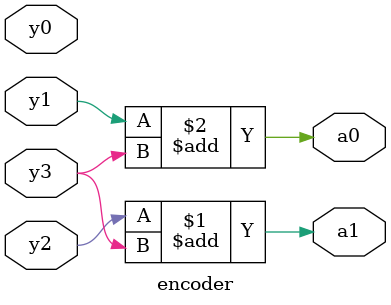
<source format=v>
module encoder(input wire y0,y1,y2,y3, output wire a0, a1);
assign a1=y2+y3;
assign a0=y1+y3;
endmodule

</source>
